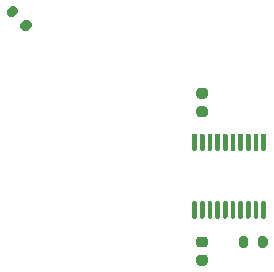
<source format=gtp>
%TF.GenerationSoftware,KiCad,Pcbnew,5.1.12*%
%TF.CreationDate,2021-12-20T13:43:48-07:00*%
%TF.ProjectId,claw,636c6177-2e6b-4696-9361-645f70636258,rev?*%
%TF.SameCoordinates,Original*%
%TF.FileFunction,Paste,Top*%
%TF.FilePolarity,Positive*%
%FSLAX46Y46*%
G04 Gerber Fmt 4.6, Leading zero omitted, Abs format (unit mm)*
G04 Created by KiCad (PCBNEW 5.1.12) date 2021-12-20 13:43:48*
%MOMM*%
%LPD*%
G01*
G04 APERTURE LIST*
G04 APERTURE END LIST*
%TO.C,C2*%
G36*
G01*
X97794000Y-65857000D02*
X98294000Y-65857000D01*
G75*
G02*
X98519000Y-66082000I0J-225000D01*
G01*
X98519000Y-66532000D01*
G75*
G02*
X98294000Y-66757000I-225000J0D01*
G01*
X97794000Y-66757000D01*
G75*
G02*
X97569000Y-66532000I0J225000D01*
G01*
X97569000Y-66082000D01*
G75*
G02*
X97794000Y-65857000I225000J0D01*
G01*
G37*
G36*
G01*
X97794000Y-64307000D02*
X98294000Y-64307000D01*
G75*
G02*
X98519000Y-64532000I0J-225000D01*
G01*
X98519000Y-64982000D01*
G75*
G02*
X98294000Y-65207000I-225000J0D01*
G01*
X97794000Y-65207000D01*
G75*
G02*
X97569000Y-64982000I0J225000D01*
G01*
X97569000Y-64532000D01*
G75*
G02*
X97794000Y-64307000I225000J0D01*
G01*
G37*
%TD*%
%TO.C,C1*%
G36*
G01*
X97794000Y-76880000D02*
X98294000Y-76880000D01*
G75*
G02*
X98519000Y-77105000I0J-225000D01*
G01*
X98519000Y-77555000D01*
G75*
G02*
X98294000Y-77780000I-225000J0D01*
G01*
X97794000Y-77780000D01*
G75*
G02*
X97569000Y-77555000I0J225000D01*
G01*
X97569000Y-77105000D01*
G75*
G02*
X97794000Y-76880000I225000J0D01*
G01*
G37*
G36*
G01*
X97794000Y-78430000D02*
X98294000Y-78430000D01*
G75*
G02*
X98519000Y-78655000I0J-225000D01*
G01*
X98519000Y-79105000D01*
G75*
G02*
X98294000Y-79330000I-225000J0D01*
G01*
X97794000Y-79330000D01*
G75*
G02*
X97569000Y-79105000I0J225000D01*
G01*
X97569000Y-78655000D01*
G75*
G02*
X97794000Y-78430000I225000J0D01*
G01*
G37*
%TD*%
%TO.C,R1*%
G36*
G01*
X102787000Y-77618000D02*
X102787000Y-77068000D01*
G75*
G02*
X102987000Y-76868000I200000J0D01*
G01*
X103387000Y-76868000D01*
G75*
G02*
X103587000Y-77068000I0J-200000D01*
G01*
X103587000Y-77618000D01*
G75*
G02*
X103387000Y-77818000I-200000J0D01*
G01*
X102987000Y-77818000D01*
G75*
G02*
X102787000Y-77618000I0J200000D01*
G01*
G37*
G36*
G01*
X101137000Y-77618000D02*
X101137000Y-77068000D01*
G75*
G02*
X101337000Y-76868000I200000J0D01*
G01*
X101737000Y-76868000D01*
G75*
G02*
X101937000Y-77068000I0J-200000D01*
G01*
X101937000Y-77618000D01*
G75*
G02*
X101737000Y-77818000I-200000J0D01*
G01*
X101337000Y-77818000D01*
G75*
G02*
X101137000Y-77618000I0J200000D01*
G01*
G37*
%TD*%
%TO.C,U2*%
G36*
G01*
X97505000Y-75355000D02*
X97305000Y-75355000D01*
G75*
G02*
X97205000Y-75255000I0J100000D01*
G01*
X97205000Y-73980000D01*
G75*
G02*
X97305000Y-73880000I100000J0D01*
G01*
X97505000Y-73880000D01*
G75*
G02*
X97605000Y-73980000I0J-100000D01*
G01*
X97605000Y-75255000D01*
G75*
G02*
X97505000Y-75355000I-100000J0D01*
G01*
G37*
G36*
G01*
X98155000Y-75355000D02*
X97955000Y-75355000D01*
G75*
G02*
X97855000Y-75255000I0J100000D01*
G01*
X97855000Y-73980000D01*
G75*
G02*
X97955000Y-73880000I100000J0D01*
G01*
X98155000Y-73880000D01*
G75*
G02*
X98255000Y-73980000I0J-100000D01*
G01*
X98255000Y-75255000D01*
G75*
G02*
X98155000Y-75355000I-100000J0D01*
G01*
G37*
G36*
G01*
X98805000Y-75355000D02*
X98605000Y-75355000D01*
G75*
G02*
X98505000Y-75255000I0J100000D01*
G01*
X98505000Y-73980000D01*
G75*
G02*
X98605000Y-73880000I100000J0D01*
G01*
X98805000Y-73880000D01*
G75*
G02*
X98905000Y-73980000I0J-100000D01*
G01*
X98905000Y-75255000D01*
G75*
G02*
X98805000Y-75355000I-100000J0D01*
G01*
G37*
G36*
G01*
X99455000Y-75355000D02*
X99255000Y-75355000D01*
G75*
G02*
X99155000Y-75255000I0J100000D01*
G01*
X99155000Y-73980000D01*
G75*
G02*
X99255000Y-73880000I100000J0D01*
G01*
X99455000Y-73880000D01*
G75*
G02*
X99555000Y-73980000I0J-100000D01*
G01*
X99555000Y-75255000D01*
G75*
G02*
X99455000Y-75355000I-100000J0D01*
G01*
G37*
G36*
G01*
X100105000Y-75355000D02*
X99905000Y-75355000D01*
G75*
G02*
X99805000Y-75255000I0J100000D01*
G01*
X99805000Y-73980000D01*
G75*
G02*
X99905000Y-73880000I100000J0D01*
G01*
X100105000Y-73880000D01*
G75*
G02*
X100205000Y-73980000I0J-100000D01*
G01*
X100205000Y-75255000D01*
G75*
G02*
X100105000Y-75355000I-100000J0D01*
G01*
G37*
G36*
G01*
X100755000Y-75355000D02*
X100555000Y-75355000D01*
G75*
G02*
X100455000Y-75255000I0J100000D01*
G01*
X100455000Y-73980000D01*
G75*
G02*
X100555000Y-73880000I100000J0D01*
G01*
X100755000Y-73880000D01*
G75*
G02*
X100855000Y-73980000I0J-100000D01*
G01*
X100855000Y-75255000D01*
G75*
G02*
X100755000Y-75355000I-100000J0D01*
G01*
G37*
G36*
G01*
X101405000Y-75355000D02*
X101205000Y-75355000D01*
G75*
G02*
X101105000Y-75255000I0J100000D01*
G01*
X101105000Y-73980000D01*
G75*
G02*
X101205000Y-73880000I100000J0D01*
G01*
X101405000Y-73880000D01*
G75*
G02*
X101505000Y-73980000I0J-100000D01*
G01*
X101505000Y-75255000D01*
G75*
G02*
X101405000Y-75355000I-100000J0D01*
G01*
G37*
G36*
G01*
X102055000Y-75355000D02*
X101855000Y-75355000D01*
G75*
G02*
X101755000Y-75255000I0J100000D01*
G01*
X101755000Y-73980000D01*
G75*
G02*
X101855000Y-73880000I100000J0D01*
G01*
X102055000Y-73880000D01*
G75*
G02*
X102155000Y-73980000I0J-100000D01*
G01*
X102155000Y-75255000D01*
G75*
G02*
X102055000Y-75355000I-100000J0D01*
G01*
G37*
G36*
G01*
X102705000Y-75355000D02*
X102505000Y-75355000D01*
G75*
G02*
X102405000Y-75255000I0J100000D01*
G01*
X102405000Y-73980000D01*
G75*
G02*
X102505000Y-73880000I100000J0D01*
G01*
X102705000Y-73880000D01*
G75*
G02*
X102805000Y-73980000I0J-100000D01*
G01*
X102805000Y-75255000D01*
G75*
G02*
X102705000Y-75355000I-100000J0D01*
G01*
G37*
G36*
G01*
X103355000Y-75355000D02*
X103155000Y-75355000D01*
G75*
G02*
X103055000Y-75255000I0J100000D01*
G01*
X103055000Y-73980000D01*
G75*
G02*
X103155000Y-73880000I100000J0D01*
G01*
X103355000Y-73880000D01*
G75*
G02*
X103455000Y-73980000I0J-100000D01*
G01*
X103455000Y-75255000D01*
G75*
G02*
X103355000Y-75355000I-100000J0D01*
G01*
G37*
G36*
G01*
X103355000Y-69630000D02*
X103155000Y-69630000D01*
G75*
G02*
X103055000Y-69530000I0J100000D01*
G01*
X103055000Y-68255000D01*
G75*
G02*
X103155000Y-68155000I100000J0D01*
G01*
X103355000Y-68155000D01*
G75*
G02*
X103455000Y-68255000I0J-100000D01*
G01*
X103455000Y-69530000D01*
G75*
G02*
X103355000Y-69630000I-100000J0D01*
G01*
G37*
G36*
G01*
X102705000Y-69630000D02*
X102505000Y-69630000D01*
G75*
G02*
X102405000Y-69530000I0J100000D01*
G01*
X102405000Y-68255000D01*
G75*
G02*
X102505000Y-68155000I100000J0D01*
G01*
X102705000Y-68155000D01*
G75*
G02*
X102805000Y-68255000I0J-100000D01*
G01*
X102805000Y-69530000D01*
G75*
G02*
X102705000Y-69630000I-100000J0D01*
G01*
G37*
G36*
G01*
X102055000Y-69630000D02*
X101855000Y-69630000D01*
G75*
G02*
X101755000Y-69530000I0J100000D01*
G01*
X101755000Y-68255000D01*
G75*
G02*
X101855000Y-68155000I100000J0D01*
G01*
X102055000Y-68155000D01*
G75*
G02*
X102155000Y-68255000I0J-100000D01*
G01*
X102155000Y-69530000D01*
G75*
G02*
X102055000Y-69630000I-100000J0D01*
G01*
G37*
G36*
G01*
X101405000Y-69630000D02*
X101205000Y-69630000D01*
G75*
G02*
X101105000Y-69530000I0J100000D01*
G01*
X101105000Y-68255000D01*
G75*
G02*
X101205000Y-68155000I100000J0D01*
G01*
X101405000Y-68155000D01*
G75*
G02*
X101505000Y-68255000I0J-100000D01*
G01*
X101505000Y-69530000D01*
G75*
G02*
X101405000Y-69630000I-100000J0D01*
G01*
G37*
G36*
G01*
X100755000Y-69630000D02*
X100555000Y-69630000D01*
G75*
G02*
X100455000Y-69530000I0J100000D01*
G01*
X100455000Y-68255000D01*
G75*
G02*
X100555000Y-68155000I100000J0D01*
G01*
X100755000Y-68155000D01*
G75*
G02*
X100855000Y-68255000I0J-100000D01*
G01*
X100855000Y-69530000D01*
G75*
G02*
X100755000Y-69630000I-100000J0D01*
G01*
G37*
G36*
G01*
X100105000Y-69630000D02*
X99905000Y-69630000D01*
G75*
G02*
X99805000Y-69530000I0J100000D01*
G01*
X99805000Y-68255000D01*
G75*
G02*
X99905000Y-68155000I100000J0D01*
G01*
X100105000Y-68155000D01*
G75*
G02*
X100205000Y-68255000I0J-100000D01*
G01*
X100205000Y-69530000D01*
G75*
G02*
X100105000Y-69630000I-100000J0D01*
G01*
G37*
G36*
G01*
X99455000Y-69630000D02*
X99255000Y-69630000D01*
G75*
G02*
X99155000Y-69530000I0J100000D01*
G01*
X99155000Y-68255000D01*
G75*
G02*
X99255000Y-68155000I100000J0D01*
G01*
X99455000Y-68155000D01*
G75*
G02*
X99555000Y-68255000I0J-100000D01*
G01*
X99555000Y-69530000D01*
G75*
G02*
X99455000Y-69630000I-100000J0D01*
G01*
G37*
G36*
G01*
X98805000Y-69630000D02*
X98605000Y-69630000D01*
G75*
G02*
X98505000Y-69530000I0J100000D01*
G01*
X98505000Y-68255000D01*
G75*
G02*
X98605000Y-68155000I100000J0D01*
G01*
X98805000Y-68155000D01*
G75*
G02*
X98905000Y-68255000I0J-100000D01*
G01*
X98905000Y-69530000D01*
G75*
G02*
X98805000Y-69630000I-100000J0D01*
G01*
G37*
G36*
G01*
X98155000Y-69630000D02*
X97955000Y-69630000D01*
G75*
G02*
X97855000Y-69530000I0J100000D01*
G01*
X97855000Y-68255000D01*
G75*
G02*
X97955000Y-68155000I100000J0D01*
G01*
X98155000Y-68155000D01*
G75*
G02*
X98255000Y-68255000I0J-100000D01*
G01*
X98255000Y-69530000D01*
G75*
G02*
X98155000Y-69630000I-100000J0D01*
G01*
G37*
G36*
G01*
X97505000Y-69630000D02*
X97305000Y-69630000D01*
G75*
G02*
X97205000Y-69530000I0J100000D01*
G01*
X97205000Y-68255000D01*
G75*
G02*
X97305000Y-68155000I100000J0D01*
G01*
X97505000Y-68155000D01*
G75*
G02*
X97605000Y-68255000I0J-100000D01*
G01*
X97605000Y-69530000D01*
G75*
G02*
X97505000Y-69630000I-100000J0D01*
G01*
G37*
%TD*%
%TO.C,R2*%
G36*
G01*
X83610660Y-59091751D02*
X83221751Y-59480660D01*
G75*
G02*
X82938909Y-59480660I-141421J141421D01*
G01*
X82656066Y-59197817D01*
G75*
G02*
X82656066Y-58914975I141421J141421D01*
G01*
X83044975Y-58526066D01*
G75*
G02*
X83327817Y-58526066I141421J-141421D01*
G01*
X83610660Y-58808909D01*
G75*
G02*
X83610660Y-59091751I-141421J-141421D01*
G01*
G37*
G36*
G01*
X82443934Y-57925025D02*
X82055025Y-58313934D01*
G75*
G02*
X81772183Y-58313934I-141421J141421D01*
G01*
X81489340Y-58031091D01*
G75*
G02*
X81489340Y-57748249I141421J141421D01*
G01*
X81878249Y-57359340D01*
G75*
G02*
X82161091Y-57359340I141421J-141421D01*
G01*
X82443934Y-57642183D01*
G75*
G02*
X82443934Y-57925025I-141421J-141421D01*
G01*
G37*
%TD*%
M02*

</source>
